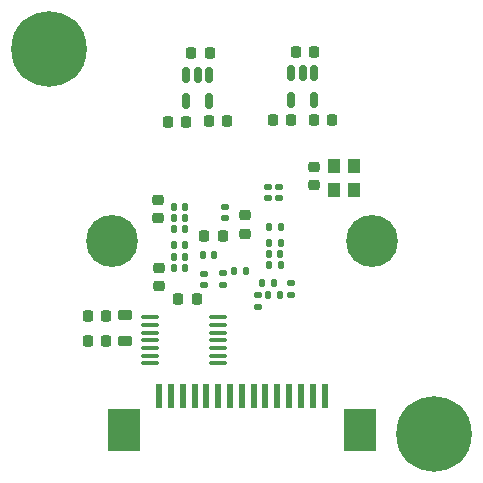
<source format=gbr>
%TF.GenerationSoftware,KiCad,Pcbnew,8.0.9*%
%TF.CreationDate,2025-03-13T22:53:30+08:00*%
%TF.ProjectId,Raspberry_pi_IMX662,52617370-6265-4727-9279-5f70695f494d,rev?*%
%TF.SameCoordinates,Original*%
%TF.FileFunction,Soldermask,Top*%
%TF.FilePolarity,Negative*%
%FSLAX46Y46*%
G04 Gerber Fmt 4.6, Leading zero omitted, Abs format (unit mm)*
G04 Created by KiCad (PCBNEW 8.0.9) date 2025-03-13 22:53:30*
%MOMM*%
%LPD*%
G01*
G04 APERTURE LIST*
G04 Aperture macros list*
%AMRoundRect*
0 Rectangle with rounded corners*
0 $1 Rounding radius*
0 $2 $3 $4 $5 $6 $7 $8 $9 X,Y pos of 4 corners*
0 Add a 4 corners polygon primitive as box body*
4,1,4,$2,$3,$4,$5,$6,$7,$8,$9,$2,$3,0*
0 Add four circle primitives for the rounded corners*
1,1,$1+$1,$2,$3*
1,1,$1+$1,$4,$5*
1,1,$1+$1,$6,$7*
1,1,$1+$1,$8,$9*
0 Add four rect primitives between the rounded corners*
20,1,$1+$1,$2,$3,$4,$5,0*
20,1,$1+$1,$4,$5,$6,$7,0*
20,1,$1+$1,$6,$7,$8,$9,0*
20,1,$1+$1,$8,$9,$2,$3,0*%
G04 Aperture macros list end*
%ADD10RoundRect,0.218750X-0.381250X0.218750X-0.381250X-0.218750X0.381250X-0.218750X0.381250X0.218750X0*%
%ADD11RoundRect,0.140000X-0.140000X-0.170000X0.140000X-0.170000X0.140000X0.170000X-0.140000X0.170000X0*%
%ADD12C,6.400000*%
%ADD13RoundRect,0.140000X0.170000X-0.140000X0.170000X0.140000X-0.170000X0.140000X-0.170000X-0.140000X0*%
%ADD14RoundRect,0.225000X-0.250000X0.225000X-0.250000X-0.225000X0.250000X-0.225000X0.250000X0.225000X0*%
%ADD15R,0.610000X2.000000*%
%ADD16R,2.680000X3.600000*%
%ADD17RoundRect,0.135000X-0.135000X-0.185000X0.135000X-0.185000X0.135000X0.185000X-0.135000X0.185000X0*%
%ADD18RoundRect,0.100000X0.637500X0.100000X-0.637500X0.100000X-0.637500X-0.100000X0.637500X-0.100000X0*%
%ADD19RoundRect,0.135000X0.135000X0.185000X-0.135000X0.185000X-0.135000X-0.185000X0.135000X-0.185000X0*%
%ADD20RoundRect,0.225000X-0.225000X-0.250000X0.225000X-0.250000X0.225000X0.250000X-0.225000X0.250000X0*%
%ADD21RoundRect,0.225000X0.225000X0.250000X-0.225000X0.250000X-0.225000X-0.250000X0.225000X-0.250000X0*%
%ADD22RoundRect,0.135000X0.185000X-0.135000X0.185000X0.135000X-0.185000X0.135000X-0.185000X-0.135000X0*%
%ADD23RoundRect,0.140000X-0.170000X0.140000X-0.170000X-0.140000X0.170000X-0.140000X0.170000X0.140000X0*%
%ADD24C,4.400000*%
%ADD25R,1.100000X1.300000*%
%ADD26RoundRect,0.225000X0.250000X-0.225000X0.250000X0.225000X-0.250000X0.225000X-0.250000X-0.225000X0*%
%ADD27RoundRect,0.150000X-0.150000X0.512500X-0.150000X-0.512500X0.150000X-0.512500X0.150000X0.512500X0*%
%ADD28RoundRect,0.140000X0.140000X0.170000X-0.140000X0.170000X-0.140000X-0.170000X0.140000X-0.170000X0*%
G04 APERTURE END LIST*
D10*
%TO.C,FB1*%
X128700000Y-107337500D03*
X128700000Y-109462500D03*
%TD*%
D11*
%TO.C,C17*%
X132870000Y-99100000D03*
X133830000Y-99100000D03*
%TD*%
%TO.C,C24*%
X132870000Y-100050000D03*
X133830000Y-100050000D03*
%TD*%
D12*
%TO.C,H6*%
X154900000Y-117350000D03*
%TD*%
D13*
%TO.C,C16*%
X135400000Y-104780000D03*
X135400000Y-103820000D03*
%TD*%
D14*
%TO.C,C26*%
X144700000Y-94775000D03*
X144700000Y-96325000D03*
%TD*%
D15*
%TO.C,J2*%
X131600000Y-114200000D03*
X132600000Y-114200000D03*
X133600000Y-114200000D03*
X134600000Y-114200000D03*
X135600000Y-114200000D03*
X136600000Y-114200000D03*
X137600000Y-114200000D03*
X138600000Y-114200000D03*
X139600000Y-114200000D03*
X140600000Y-114200000D03*
X141600000Y-114200000D03*
X142600000Y-114200000D03*
X143600000Y-114200000D03*
X144600000Y-114200000D03*
X145600000Y-114200000D03*
D16*
X128610000Y-117000000D03*
X148590000Y-117000000D03*
%TD*%
D17*
%TO.C,R3*%
X140840000Y-105650000D03*
X141860000Y-105650000D03*
%TD*%
D18*
%TO.C,U3*%
X136562500Y-111400000D03*
X136562500Y-110750000D03*
X136562500Y-110100000D03*
X136562500Y-109450000D03*
X136562500Y-108800000D03*
X136562500Y-108150000D03*
X136562500Y-107500000D03*
X130837500Y-107500000D03*
X130837500Y-108150000D03*
X130837500Y-108800000D03*
X130837500Y-109450000D03*
X130837500Y-110100000D03*
X130837500Y-110750000D03*
X130837500Y-111400000D03*
%TD*%
D19*
%TO.C,R2*%
X138960000Y-103600000D03*
X137940000Y-103600000D03*
%TD*%
D11*
%TO.C,C11*%
X140900000Y-102150000D03*
X141860000Y-102150000D03*
%TD*%
D13*
%TO.C,C13*%
X142750000Y-105580000D03*
X142750000Y-104620000D03*
%TD*%
D20*
%TO.C,C30*%
X133225000Y-105950000D03*
X134775000Y-105950000D03*
%TD*%
D11*
%TO.C,C12*%
X140920000Y-99850000D03*
X141880000Y-99850000D03*
%TD*%
D21*
%TO.C,C3*%
X135875000Y-85150000D03*
X134325000Y-85150000D03*
%TD*%
%TO.C,C9*%
X127125000Y-109500000D03*
X125575000Y-109500000D03*
%TD*%
D22*
%TO.C,R1*%
X137000000Y-104760000D03*
X137000000Y-103740000D03*
%TD*%
D23*
%TO.C,C8*%
X141750000Y-96470000D03*
X141750000Y-97430000D03*
%TD*%
D20*
%TO.C,C2*%
X135825000Y-90900000D03*
X137375000Y-90900000D03*
%TD*%
D11*
%TO.C,C19*%
X132870000Y-101400000D03*
X133830000Y-101400000D03*
%TD*%
%TO.C,C21*%
X132850000Y-102350000D03*
X133810000Y-102350000D03*
%TD*%
D23*
%TO.C,C10*%
X140820000Y-96470000D03*
X140820000Y-97430000D03*
%TD*%
D21*
%TO.C,C4*%
X144725000Y-85050000D03*
X143175000Y-85050000D03*
%TD*%
D24*
%TO.C,H2*%
X127600000Y-101050000D03*
%TD*%
D22*
%TO.C,R5*%
X139950000Y-106610000D03*
X139950000Y-105590000D03*
%TD*%
D20*
%TO.C,C6*%
X144725000Y-90800000D03*
X146275000Y-90800000D03*
%TD*%
D17*
%TO.C,R4*%
X140340000Y-104550000D03*
X141360000Y-104550000D03*
%TD*%
D24*
%TO.C,H1*%
X149600000Y-101050000D03*
%TD*%
D21*
%TO.C,C5*%
X142775000Y-90800000D03*
X141225000Y-90800000D03*
%TD*%
%TO.C,C1*%
X133875000Y-90950000D03*
X132325000Y-90950000D03*
%TD*%
D25*
%TO.C,X1*%
X146425000Y-94650000D03*
X146425000Y-96750000D03*
X148075000Y-96750000D03*
X148075000Y-94650000D03*
%TD*%
D11*
%TO.C,C20*%
X132870000Y-103300000D03*
X133830000Y-103300000D03*
%TD*%
D21*
%TO.C,C7*%
X127125000Y-107350000D03*
X125575000Y-107350000D03*
%TD*%
D11*
%TO.C,C14*%
X140920000Y-101200000D03*
X141880000Y-101200000D03*
%TD*%
D26*
%TO.C,C15*%
X138850000Y-100425000D03*
X138850000Y-98875000D03*
%TD*%
D14*
%TO.C,C22*%
X131600000Y-103325000D03*
X131600000Y-104875000D03*
%TD*%
D13*
%TO.C,C29*%
X137150000Y-99130000D03*
X137150000Y-98170000D03*
%TD*%
D11*
%TO.C,C27*%
X140920000Y-103100000D03*
X141880000Y-103100000D03*
%TD*%
D27*
%TO.C,U2*%
X135800000Y-86950000D03*
X134850000Y-86950000D03*
X133900000Y-86950000D03*
X133900000Y-89225000D03*
X135800000Y-89225000D03*
%TD*%
D12*
%TO.C,H5*%
X122300000Y-84750000D03*
%TD*%
D21*
%TO.C,C23*%
X136975000Y-100650000D03*
X135425000Y-100650000D03*
%TD*%
D27*
%TO.C,U4*%
X144700000Y-86825000D03*
X143750000Y-86825000D03*
X142800000Y-86825000D03*
X142800000Y-89100000D03*
X144700000Y-89100000D03*
%TD*%
D26*
%TO.C,C18*%
X131500000Y-99075000D03*
X131500000Y-97525000D03*
%TD*%
D28*
%TO.C,C28*%
X136280000Y-102200000D03*
X135320000Y-102200000D03*
%TD*%
D11*
%TO.C,C25*%
X132870000Y-98150000D03*
X133830000Y-98150000D03*
%TD*%
M02*

</source>
